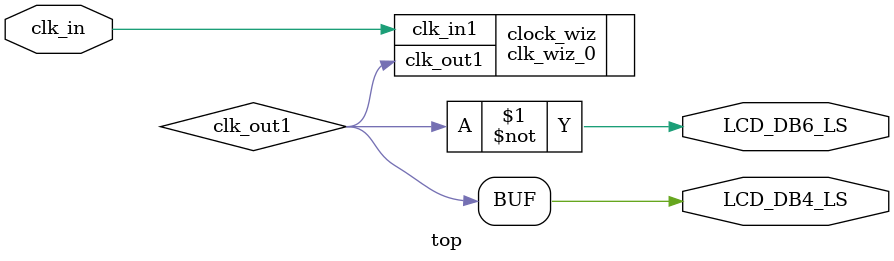
<source format=v>


module top(
    input  clk_in,
//    output [3:0] GPIO_LED,
    output LCD_DB4_LS, LCD_DB6_LS
//input  GPIO_SW_C, GPIO_SW_E, GPIO_SW_W, GPIO_SW_S, GPIO_SW_N,
    );
    
    wire clk_out1;
    
    clk_wiz_0 clock_wiz
   (
    // Clock out ports
    .clk_out1(clk_out1),     // output clk_out1
   // Clock in ports
    .clk_in1(clk_in));
    
    assign LCD_DB4_LS = clk_out1;
    assign LCD_DB6_LS = ~clk_out1;
    
endmodule

</source>
